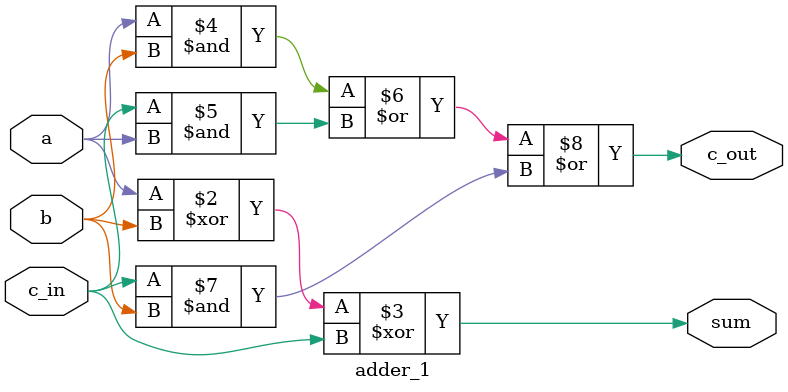
<source format=sv>
module adder_1(a,b,c_in,sum,c_out);

input wire a;
input wire b;
input wire c_in;
output logic sum;
output logic c_out;

always_comb begin
  sum = a ^ b ^ c_in;
  c_out = (a & b) | (c_in & a) | (c_in & b);
end

endmodule
</source>
